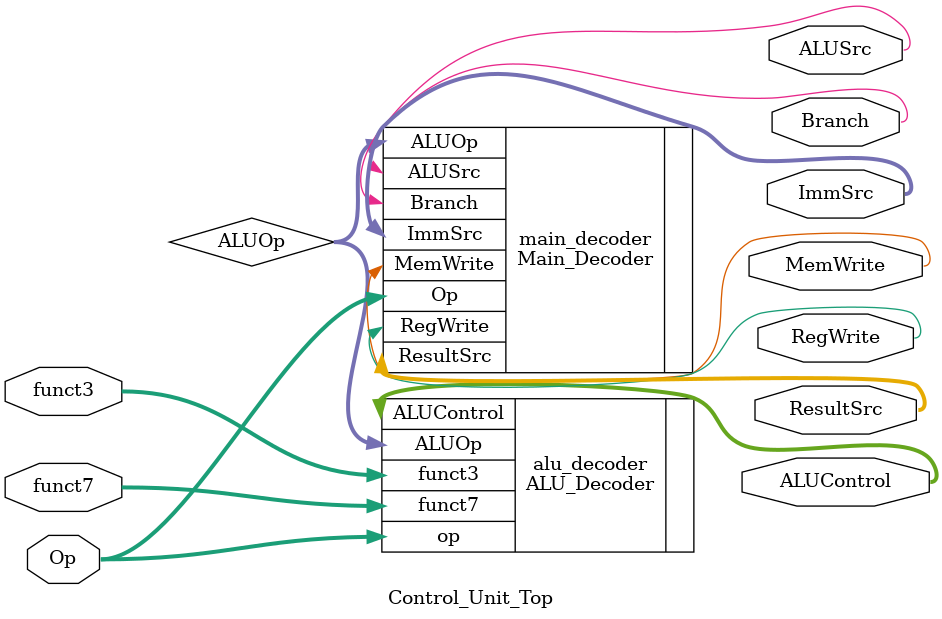
<source format=v>
module Control_Unit_Top(
    input  [6:0] Op,
    input  [2:0] funct3,
    input  [6:0] funct7,
    output       RegWrite,
    output [1:0] ImmSrc,
    output       ALUSrc,
    output       MemWrite,
    output [1:0] ResultSrc,
    output       Branch,
    output [2:0] ALUControl
);
    wire [1:0] ALUOp;

    Main_Decoder main_decoder(
        .Op(Op),
        .RegWrite(RegWrite),
        .ImmSrc(ImmSrc),
        .ALUSrc(ALUSrc),
        .MemWrite(MemWrite),
        .ResultSrc(ResultSrc),
        .Branch(Branch),
        .ALUOp(ALUOp)
    );

    ALU_Decoder alu_decoder(
        .ALUOp(ALUOp),
        .funct3(funct3),
        .funct7(funct7),
        .op(Op),
        .ALUControl(ALUControl)
    );
endmodule
</source>
